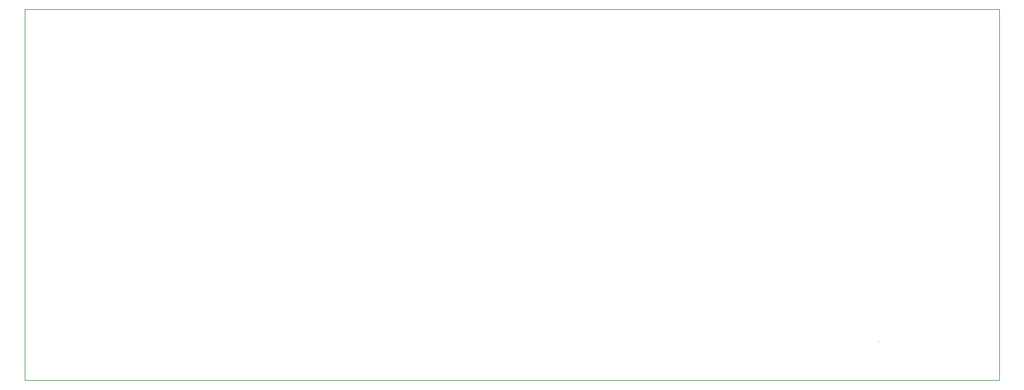
<source format=gbr>
G04 (created by PCBNEW (2013-07-07 BZR 4022)-stable) date 4/19/2015 11:38:55 PM*
%MOIN*%
G04 Gerber Fmt 3.4, Leading zero omitted, Abs format*
%FSLAX34Y34*%
G01*
G70*
G90*
G04 APERTURE LIST*
%ADD10C,0.00590551*%
%ADD11C,0.00393701*%
G04 APERTURE END LIST*
G54D10*
G54D11*
X98500Y-88400D02*
G75*
G03X98500Y-88400I0J0D01*
G74*
G01*
X98499Y-88400D02*
X98500Y-88400D01*
X98500Y-88399D02*
X98500Y-88400D01*
X52500Y-90501D02*
X52500Y-70501D01*
X105000Y-90501D02*
X105000Y-70501D01*
X52500Y-90501D02*
X105000Y-90501D01*
X52500Y-70500D02*
X105000Y-70500D01*
M02*

</source>
